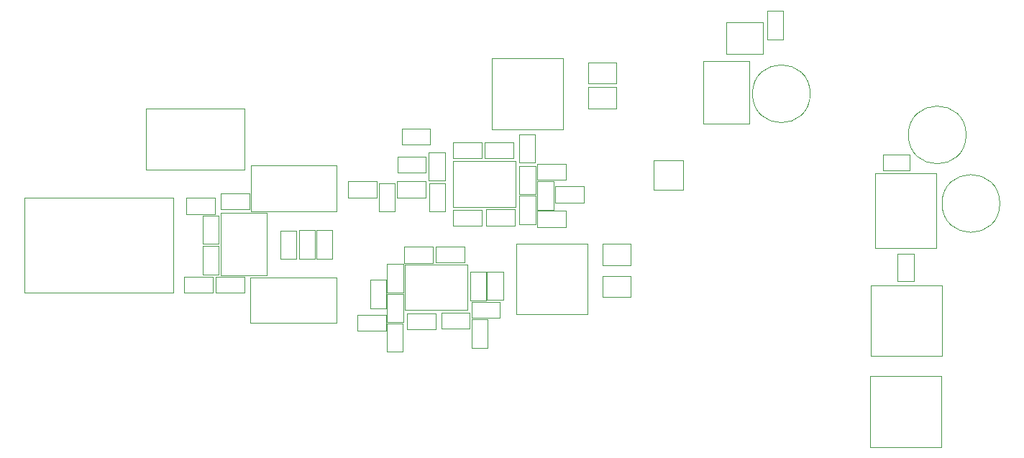
<source format=gbr>
%TF.GenerationSoftware,KiCad,Pcbnew,5.1.6-c6e7f7d~86~ubuntu18.04.1*%
%TF.CreationDate,2020-11-01T20:36:20-05:00*%
%TF.ProjectId,Senior-Design-Radar-Group,53656e69-6f72-42d4-9465-7369676e2d52,rev?*%
%TF.SameCoordinates,Original*%
%TF.FileFunction,Other,User*%
%FSLAX46Y46*%
G04 Gerber Fmt 4.6, Leading zero omitted, Abs format (unit mm)*
G04 Created by KiCad (PCBNEW 5.1.6-c6e7f7d~86~ubuntu18.04.1) date 2020-11-01 20:36:20*
%MOMM*%
%LPD*%
G01*
G04 APERTURE LIST*
%ADD10C,0.050000*%
G04 APERTURE END LIST*
D10*
%TO.C,J3*%
X144784400Y-150855000D02*
X136444400Y-150855000D01*
X144784400Y-150855000D02*
X144784400Y-142515000D01*
X136444400Y-142515000D02*
X136444400Y-150855000D01*
X136444400Y-142515000D02*
X144784400Y-142515000D01*
%TO.C,J8*%
X136541000Y-140180200D02*
X136541000Y-131840200D01*
X136541000Y-140180200D02*
X144881000Y-140180200D01*
X144881000Y-131840200D02*
X136541000Y-131840200D01*
X144881000Y-131840200D02*
X144881000Y-140180200D01*
%TO.C,J6*%
X103128400Y-135259400D02*
X94788400Y-135259400D01*
X103128400Y-135259400D02*
X103128400Y-126919400D01*
X94788400Y-126919400D02*
X94788400Y-135259400D01*
X94788400Y-126919400D02*
X103128400Y-126919400D01*
%TO.C,J4*%
X100283600Y-113440800D02*
X91943600Y-113440800D01*
X100283600Y-113440800D02*
X100283600Y-105100800D01*
X91943600Y-105100800D02*
X91943600Y-113440800D01*
X91943600Y-105100800D02*
X100283600Y-105100800D01*
%TO.C,U7*%
X87333600Y-117188000D02*
X87333600Y-122588000D01*
X87333600Y-122588000D02*
X94733600Y-122588000D01*
X94733600Y-122588000D02*
X94733600Y-117188000D01*
X94733600Y-117188000D02*
X87333600Y-117188000D01*
%TO.C,U6*%
X65361800Y-123274600D02*
X59961800Y-123274600D01*
X59961800Y-123274600D02*
X59961800Y-130674600D01*
X59961800Y-130674600D02*
X65361800Y-130674600D01*
X65361800Y-130674600D02*
X65361800Y-123274600D01*
%TO.C,U5*%
X81644000Y-129354600D02*
X81644000Y-134754600D01*
X81644000Y-134754600D02*
X89044000Y-134754600D01*
X89044000Y-134754600D02*
X89044000Y-129354600D01*
X89044000Y-129354600D02*
X81644000Y-129354600D01*
%TO.C,U4*%
X119490600Y-100842200D02*
X119490600Y-104542200D01*
X123790600Y-100842200D02*
X123790600Y-104542200D01*
X119490600Y-100842200D02*
X123790600Y-100842200D01*
X119490600Y-104542200D02*
X123790600Y-104542200D01*
%TO.C,U3*%
X116781600Y-112793000D02*
X122181600Y-112793000D01*
X122181600Y-112793000D02*
X122181600Y-105393000D01*
X122181600Y-105393000D02*
X116781600Y-105393000D01*
X116781600Y-105393000D02*
X116781600Y-112793000D01*
%TO.C,U2*%
X144265200Y-127463000D02*
X144265200Y-118663000D01*
X137065200Y-127463000D02*
X144265200Y-127463000D01*
X137065200Y-118663000D02*
X137065200Y-127463000D01*
X144265200Y-118663000D02*
X137065200Y-118663000D01*
%TO.C,RV2*%
X73589200Y-136278600D02*
X73589200Y-130878600D01*
X73589200Y-130878600D02*
X63489200Y-130878600D01*
X63489200Y-130878600D02*
X63489200Y-136278600D01*
X63489200Y-136278600D02*
X73589200Y-136278600D01*
%TO.C,RV1*%
X73640000Y-123121400D02*
X73640000Y-117721400D01*
X73640000Y-117721400D02*
X63540000Y-117721400D01*
X63540000Y-117721400D02*
X63540000Y-123121400D01*
X63540000Y-123121400D02*
X73640000Y-123121400D01*
%TO.C,R22*%
X97012800Y-117402400D02*
X95112800Y-117402400D01*
X95112800Y-117402400D02*
X95112800Y-114042400D01*
X95112800Y-114042400D02*
X97012800Y-114042400D01*
X97012800Y-114042400D02*
X97012800Y-117402400D01*
%TO.C,R21*%
X95138200Y-117750800D02*
X97038200Y-117750800D01*
X97038200Y-117750800D02*
X97038200Y-121110800D01*
X97038200Y-121110800D02*
X95138200Y-121110800D01*
X95138200Y-121110800D02*
X95138200Y-117750800D01*
%TO.C,R20*%
X97255300Y-119441000D02*
X97255300Y-117541000D01*
X97255300Y-117541000D02*
X100615300Y-117541000D01*
X100615300Y-117541000D02*
X100615300Y-119441000D01*
X100615300Y-119441000D02*
X97255300Y-119441000D01*
%TO.C,R19*%
X97038200Y-124639100D02*
X95138200Y-124639100D01*
X95138200Y-124639100D02*
X95138200Y-121279100D01*
X95138200Y-121279100D02*
X97038200Y-121279100D01*
X97038200Y-121279100D02*
X97038200Y-124639100D01*
%TO.C,R18*%
X100638400Y-123078200D02*
X100638400Y-124978200D01*
X100638400Y-124978200D02*
X97278400Y-124978200D01*
X97278400Y-124978200D02*
X97278400Y-123078200D01*
X97278400Y-123078200D02*
X100638400Y-123078200D01*
%TO.C,R17*%
X91258600Y-124800400D02*
X91258600Y-122900400D01*
X91258600Y-122900400D02*
X94618600Y-122900400D01*
X94618600Y-122900400D02*
X94618600Y-124800400D01*
X94618600Y-124800400D02*
X91258600Y-124800400D01*
%TO.C,R16*%
X86370200Y-119510600D02*
X84470200Y-119510600D01*
X84470200Y-119510600D02*
X84470200Y-116150600D01*
X84470200Y-116150600D02*
X86370200Y-116150600D01*
X86370200Y-116150600D02*
X86370200Y-119510600D01*
%TO.C,R15*%
X87372400Y-124851200D02*
X87372400Y-122951200D01*
X87372400Y-122951200D02*
X90732400Y-122951200D01*
X90732400Y-122951200D02*
X90732400Y-124851200D01*
X90732400Y-124851200D02*
X87372400Y-124851200D01*
%TO.C,R14*%
X84103000Y-119598400D02*
X84103000Y-121498400D01*
X84103000Y-121498400D02*
X80743000Y-121498400D01*
X80743000Y-121498400D02*
X80743000Y-119598400D01*
X80743000Y-119598400D02*
X84103000Y-119598400D01*
%TO.C,R13*%
X78602800Y-119785100D02*
X80502800Y-119785100D01*
X80502800Y-119785100D02*
X80502800Y-123145100D01*
X80502800Y-123145100D02*
X78602800Y-123145100D01*
X78602800Y-123145100D02*
X78602800Y-119785100D01*
%TO.C,R12*%
X74977200Y-121498400D02*
X74977200Y-119598400D01*
X74977200Y-119598400D02*
X78337200Y-119598400D01*
X78337200Y-119598400D02*
X78337200Y-121498400D01*
X78337200Y-121498400D02*
X74977200Y-121498400D01*
%TO.C,R11*%
X62741600Y-130825200D02*
X62741600Y-132725200D01*
X62741600Y-132725200D02*
X59381600Y-132725200D01*
X59381600Y-132725200D02*
X59381600Y-130825200D01*
X59381600Y-130825200D02*
X62741600Y-130825200D01*
%TO.C,R10*%
X63351200Y-120970000D02*
X63351200Y-122870000D01*
X63351200Y-122870000D02*
X59991200Y-122870000D01*
X59991200Y-122870000D02*
X59991200Y-120970000D01*
X59991200Y-120970000D02*
X63351200Y-120970000D01*
%TO.C,R9*%
X59751000Y-130534200D02*
X57851000Y-130534200D01*
X57851000Y-130534200D02*
X57851000Y-127174200D01*
X57851000Y-127174200D02*
X59751000Y-127174200D01*
X59751000Y-127174200D02*
X59751000Y-130534200D01*
%TO.C,R8*%
X57851000Y-123592800D02*
X59751000Y-123592800D01*
X59751000Y-123592800D02*
X59751000Y-126952800D01*
X59751000Y-126952800D02*
X57851000Y-126952800D01*
X57851000Y-126952800D02*
X57851000Y-123592800D01*
%TO.C,R7*%
X89508300Y-135671600D02*
X89508300Y-133771600D01*
X89508300Y-133771600D02*
X92868300Y-133771600D01*
X92868300Y-133771600D02*
X92868300Y-135671600D01*
X92868300Y-135671600D02*
X89508300Y-135671600D01*
%TO.C,R6*%
X91328200Y-130196800D02*
X93228200Y-130196800D01*
X93228200Y-130196800D02*
X93228200Y-133556800D01*
X93228200Y-133556800D02*
X91328200Y-133556800D01*
X91328200Y-133556800D02*
X91328200Y-130196800D01*
%TO.C,R5*%
X89310000Y-135041600D02*
X89310000Y-136941600D01*
X89310000Y-136941600D02*
X85950000Y-136941600D01*
X85950000Y-136941600D02*
X85950000Y-135041600D01*
X85950000Y-135041600D02*
X89310000Y-135041600D01*
%TO.C,R4*%
X81468000Y-136198400D02*
X79568000Y-136198400D01*
X79568000Y-136198400D02*
X79568000Y-132838400D01*
X79568000Y-132838400D02*
X81468000Y-132838400D01*
X81468000Y-132838400D02*
X81468000Y-136198400D01*
%TO.C,R3*%
X79461400Y-134522000D02*
X77561400Y-134522000D01*
X77561400Y-134522000D02*
X77561400Y-131162000D01*
X77561400Y-131162000D02*
X79461400Y-131162000D01*
X79461400Y-131162000D02*
X79461400Y-134522000D01*
%TO.C,R2*%
X76071700Y-137195600D02*
X76071700Y-135295600D01*
X76071700Y-135295600D02*
X79431700Y-135295600D01*
X79431700Y-135295600D02*
X79431700Y-137195600D01*
X79431700Y-137195600D02*
X76071700Y-137195600D01*
%TO.C,R1*%
X124297400Y-99488200D02*
X126197400Y-99488200D01*
X126197400Y-99488200D02*
X126197400Y-102848200D01*
X126197400Y-102848200D02*
X124297400Y-102848200D01*
X124297400Y-102848200D02*
X124297400Y-99488200D01*
%TO.C,JP4*%
X104928400Y-130728400D02*
X108228400Y-130728400D01*
X104928400Y-130728400D02*
X104928400Y-133228400D01*
X108228400Y-133228400D02*
X108228400Y-130728400D01*
X108228400Y-133228400D02*
X104928400Y-133228400D01*
%TO.C,JP3*%
X104943400Y-126969200D02*
X108243400Y-126969200D01*
X104943400Y-126969200D02*
X104943400Y-129469200D01*
X108243400Y-129469200D02*
X108243400Y-126969200D01*
X108243400Y-129469200D02*
X104943400Y-129469200D01*
%TO.C,JP2*%
X103241600Y-108478000D02*
X106541600Y-108478000D01*
X103241600Y-108478000D02*
X103241600Y-110978000D01*
X106541600Y-110978000D02*
X106541600Y-108478000D01*
X106541600Y-110978000D02*
X103241600Y-110978000D01*
%TO.C,JP1*%
X103226600Y-105582400D02*
X106526600Y-105582400D01*
X103226600Y-105582400D02*
X103226600Y-108082400D01*
X106526600Y-108082400D02*
X106526600Y-105582400D01*
X106526600Y-108082400D02*
X103226600Y-108082400D01*
%TO.C,J7*%
X51162200Y-111055600D02*
X51162200Y-118255600D01*
X51162200Y-118255600D02*
X62792200Y-118255600D01*
X62792200Y-118255600D02*
X62792200Y-111055600D01*
X62792200Y-111055600D02*
X51162200Y-111055600D01*
%TO.C,J2*%
X36888800Y-132715200D02*
X54398800Y-132715200D01*
X36888800Y-132715200D02*
X36888800Y-121555200D01*
X36888800Y-121555200D02*
X54398800Y-121555200D01*
X54398800Y-121555200D02*
X54398800Y-132715200D01*
%TO.C,D3*%
X137922200Y-116423400D02*
X141122200Y-116423400D01*
X141122200Y-116423400D02*
X141122200Y-118323400D01*
X137922200Y-118323400D02*
X141122200Y-118323400D01*
X137922200Y-116423400D02*
X137922200Y-118323400D01*
%TO.C,D2*%
X139689800Y-131317800D02*
X139689800Y-128117800D01*
X139689800Y-128117800D02*
X141589800Y-128117800D01*
X141589800Y-131317800D02*
X141589800Y-128117800D01*
X139689800Y-131317800D02*
X141589800Y-131317800D01*
%TO.C,D1*%
X110983800Y-117086400D02*
X114383800Y-117086400D01*
X114383800Y-117086400D02*
X114383800Y-120586400D01*
X114383800Y-120586400D02*
X110983800Y-120586400D01*
X110983800Y-120586400D02*
X110983800Y-117086400D01*
%TO.C,C22*%
X81292159Y-115251400D02*
X81292159Y-113351400D01*
X81292159Y-113351400D02*
X84652159Y-113351400D01*
X84652159Y-113351400D02*
X84652159Y-115251400D01*
X84652159Y-115251400D02*
X81292159Y-115251400D01*
%TO.C,C21*%
X91055400Y-116901000D02*
X91055400Y-115001000D01*
X91055400Y-115001000D02*
X94415400Y-115001000D01*
X94415400Y-115001000D02*
X94415400Y-116901000D01*
X94415400Y-116901000D02*
X91055400Y-116901000D01*
%TO.C,C20*%
X87319559Y-116896800D02*
X87319559Y-114996800D01*
X87319559Y-114996800D02*
X90679559Y-114996800D01*
X90679559Y-114996800D02*
X90679559Y-116896800D01*
X90679559Y-116896800D02*
X87319559Y-116896800D01*
%TO.C,C19*%
X69181800Y-125345400D02*
X71081800Y-125345400D01*
X71081800Y-125345400D02*
X71081800Y-128705400D01*
X71081800Y-128705400D02*
X69181800Y-128705400D01*
X69181800Y-128705400D02*
X69181800Y-125345400D01*
%TO.C,C18*%
X66995000Y-125370800D02*
X68895000Y-125370800D01*
X68895000Y-125370800D02*
X68895000Y-128730800D01*
X68895000Y-128730800D02*
X66995000Y-128730800D01*
X66995000Y-128730800D02*
X66995000Y-125370800D01*
%TO.C,C17*%
X73111400Y-128705400D02*
X71211400Y-128705400D01*
X71211400Y-128705400D02*
X71211400Y-125345400D01*
X71211400Y-125345400D02*
X73111400Y-125345400D01*
X73111400Y-125345400D02*
X73111400Y-128705400D01*
%TO.C,C16*%
X99171800Y-122914200D02*
X97271800Y-122914200D01*
X97271800Y-122914200D02*
X97271800Y-119554200D01*
X97271800Y-119554200D02*
X99171800Y-119554200D01*
X99171800Y-119554200D02*
X99171800Y-122914200D01*
%TO.C,C15*%
X99386600Y-122082600D02*
X99386600Y-120182600D01*
X99386600Y-120182600D02*
X102746600Y-120182600D01*
X102746600Y-120182600D02*
X102746600Y-122082600D01*
X102746600Y-122082600D02*
X99386600Y-122082600D01*
%TO.C,C14*%
X80791500Y-118577400D02*
X80791500Y-116677400D01*
X80791500Y-116677400D02*
X84151500Y-116677400D01*
X84151500Y-116677400D02*
X84151500Y-118577400D01*
X84151500Y-118577400D02*
X80791500Y-118577400D01*
%TO.C,C13*%
X84521000Y-119805900D02*
X86421000Y-119805900D01*
X86421000Y-119805900D02*
X86421000Y-123165900D01*
X86421000Y-123165900D02*
X84521000Y-123165900D01*
X84521000Y-123165900D02*
X84521000Y-119805900D01*
%TO.C,C12*%
X85315000Y-129169200D02*
X85315000Y-127269200D01*
X85315000Y-127269200D02*
X88675000Y-127269200D01*
X88675000Y-127269200D02*
X88675000Y-129169200D01*
X88675000Y-129169200D02*
X85315000Y-129169200D01*
%TO.C,C11*%
X81578900Y-129194600D02*
X81578900Y-127294600D01*
X81578900Y-127294600D02*
X84938900Y-127294600D01*
X84938900Y-127294600D02*
X84938900Y-129194600D01*
X84938900Y-129194600D02*
X81578900Y-129194600D01*
%TO.C,C10*%
X85271400Y-135143200D02*
X85271400Y-137043200D01*
X85271400Y-137043200D02*
X81911400Y-137043200D01*
X81911400Y-137043200D02*
X81911400Y-135143200D01*
X81911400Y-135143200D02*
X85271400Y-135143200D01*
%TO.C,C9*%
X59033200Y-130799800D02*
X59033200Y-132699800D01*
X59033200Y-132699800D02*
X55673200Y-132699800D01*
X55673200Y-132699800D02*
X55673200Y-130799800D01*
X55673200Y-130799800D02*
X59033200Y-130799800D01*
%TO.C,C8*%
X59312600Y-121554200D02*
X59312600Y-123454200D01*
X59312600Y-123454200D02*
X55952600Y-123454200D01*
X55952600Y-123454200D02*
X55952600Y-121554200D01*
X55952600Y-121554200D02*
X59312600Y-121554200D01*
%TO.C,C7*%
X89321600Y-130222200D02*
X91221600Y-130222200D01*
X91221600Y-130222200D02*
X91221600Y-133582200D01*
X91221600Y-133582200D02*
X89321600Y-133582200D01*
X89321600Y-133582200D02*
X89321600Y-130222200D01*
%TO.C,C6*%
X89499400Y-135835600D02*
X91399400Y-135835600D01*
X91399400Y-135835600D02*
X91399400Y-139195600D01*
X91399400Y-139195600D02*
X89499400Y-139195600D01*
X89499400Y-139195600D02*
X89499400Y-135835600D01*
%TO.C,C5*%
X79568000Y-129333200D02*
X81468000Y-129333200D01*
X81468000Y-129333200D02*
X81468000Y-132693200D01*
X81468000Y-132693200D02*
X79568000Y-132693200D01*
X79568000Y-132693200D02*
X79568000Y-129333200D01*
%TO.C,C4*%
X79542600Y-136315900D02*
X81442600Y-136315900D01*
X81442600Y-136315900D02*
X81442600Y-139675900D01*
X81442600Y-139675900D02*
X79542600Y-139675900D01*
X79542600Y-139675900D02*
X79542600Y-136315900D01*
%TO.C,C3*%
X151710600Y-122194000D02*
G75*
G03*
X151710600Y-122194000I-3400000J0D01*
G01*
%TO.C,C2*%
X129384000Y-109276200D02*
G75*
G03*
X129384000Y-109276200I-3400000J0D01*
G01*
%TO.C,C1*%
X147742800Y-114122200D02*
G75*
G03*
X147742800Y-114122200I-3400000J0D01*
G01*
%TD*%
M02*

</source>
